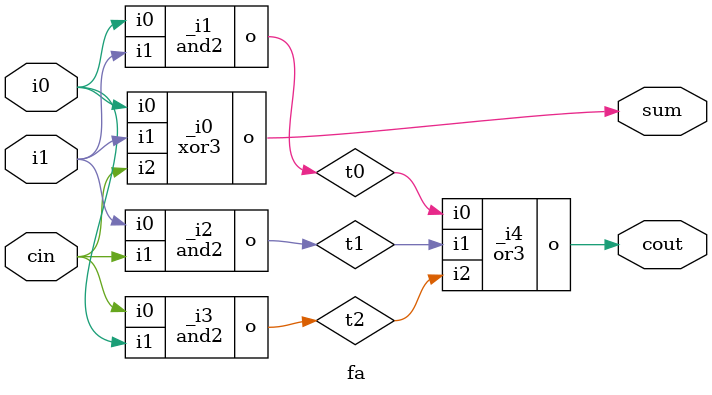
<source format=v>
module invert(output ib,input b);
  assign ib = ~b;
endmodule

module and2 (input wire i0, i1, output wire o);
  assign o = i0 & i1;
endmodule

module or2 (input wire i0, i1, output wire o);
  assign o = i0 | i1;
endmodule

module xor2 (input wire i0, i1, output wire o);
  assign o = i0 ^ i1;
endmodule

module nand2 (input wire i0, i1, output wire o);
   wire t;
   and2 and2_0 (i0, i1, t);
   invert invert_0 (t, o);
endmodule

module nor2 (input wire i0, i1, output wire o);
   wire t;
   or2 or2_0 (i0, i1, t);
   invert invert_0 (t, o);
endmodule

module xnor2 (input wire i0, i1, output wire o);
   wire t;
   xor2 xor2_0 (i0, i1, t);
   invert invert_0 (t, o);
endmodule

module and3 (input wire i0, i1, i2, output wire o);
   wire t;
   and2 and2_0 (i0, i1, t);
   and2 and2_1 (i2, t, o);
endmodule

module or3 (input wire i0, i1, i2, output wire o);
   wire t;
   or2 or2_0 (i0, i1, t);
   or2 or2_1 (i2, t, o);
endmodule

module nor3 (input wire i0, i1, i2, output wire o);
   wire t;
   or2 or2_0 (i0, i1, t);
   nor2 nor2_0 (i2, t, o);
endmodule

module nand3 (input wire i0, i1, i2, output wire o);
   wire t;
   and2 and2_0 (i0, i1, t);
   nand2 nand2_1 (i2, t, o);
endmodule

module xor3 (input wire i0, i1, i2, output wire o);
   wire t;
   xor2 xor2_0 (i0, i1, t);
   xor2 xor2_1 (i2, t, o);
endmodule

module xnor3 (input wire i0, i1, i2, output wire o);
   wire t;
   xor2 xor2_0 (i0, i1, t);
   xnor2 xnor2_0 (i2, t, o);
endmodule



module fa (input wire i0, i1, cin, output wire sum, cout);
   wire t0, t1, t2;
   xor3 _i0 (i0, i1, cin, sum);
   and2 _i1 (i0, i1, t0);
   and2 _i2 (i1, cin, t1);
   and2 _i3 (cin, i0, t2);
   or3 _i4 (t0, t1, t2, cout);
endmodule


</source>
